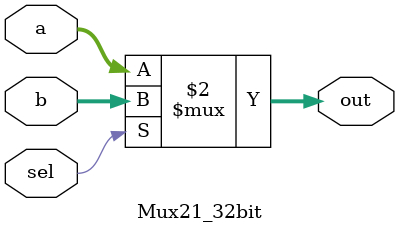
<source format=v>
`timescale 1ns/100ps

module Mux21_32bit(sel, a, b, out);
  input sel;
  input [31:0] a, b;
  output [31:0] out;
  
  assign out = (sel == 0) ? a : b;
endmodule

</source>
